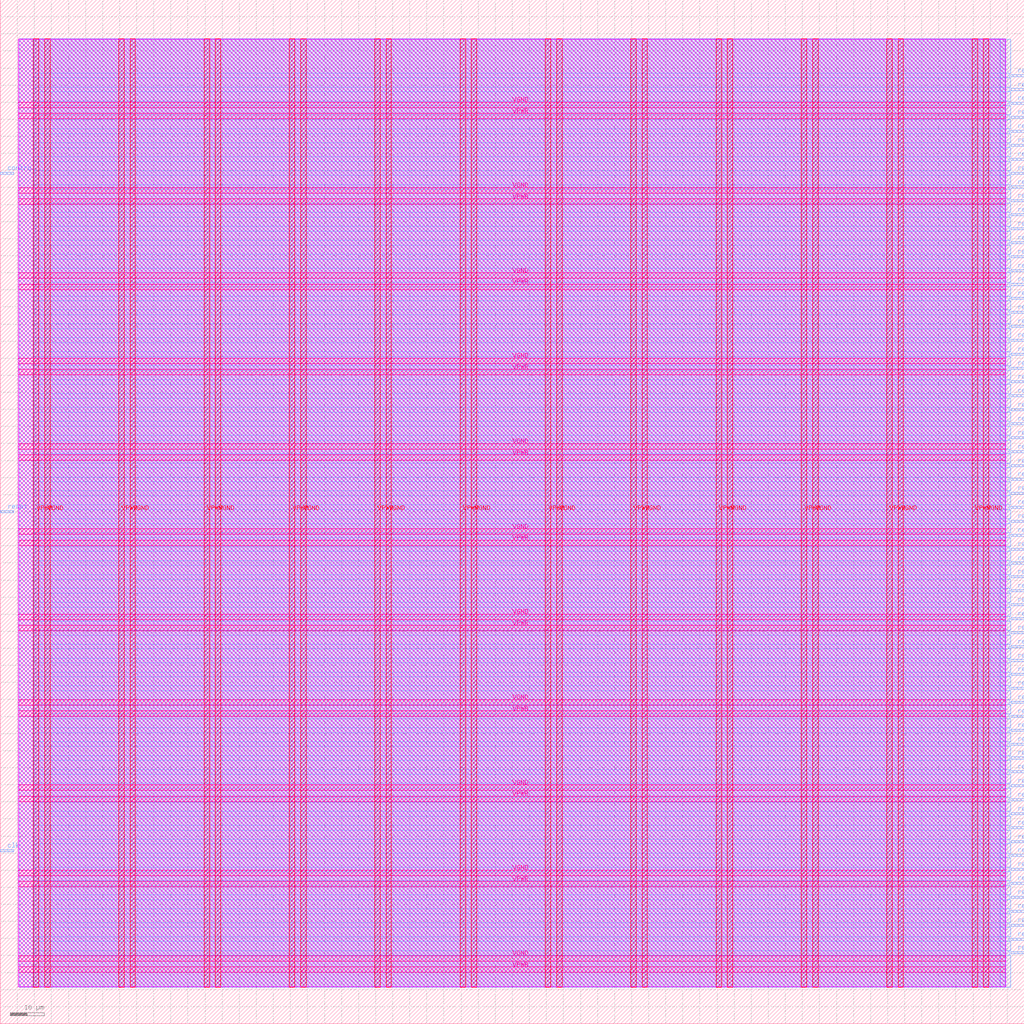
<source format=lef>
VERSION 5.7 ;
  NOWIREEXTENSIONATPIN ON ;
  DIVIDERCHAR "/" ;
  BUSBITCHARS "[]" ;
MACRO top_module
  CLASS BLOCK ;
  FOREIGN top_module ;
  ORIGIN 0.000 0.000 ;
  SIZE 300.000 BY 300.000 ;
  PIN VGND
    DIRECTION INOUT ;
    USE GROUND ;
    PORT
      LAYER met4 ;
        RECT 13.020 10.640 14.620 288.560 ;
    END
    PORT
      LAYER met4 ;
        RECT 38.020 10.640 39.620 288.560 ;
    END
    PORT
      LAYER met4 ;
        RECT 63.020 10.640 64.620 288.560 ;
    END
    PORT
      LAYER met4 ;
        RECT 88.020 10.640 89.620 288.560 ;
    END
    PORT
      LAYER met4 ;
        RECT 113.020 10.640 114.620 288.560 ;
    END
    PORT
      LAYER met4 ;
        RECT 138.020 10.640 139.620 288.560 ;
    END
    PORT
      LAYER met4 ;
        RECT 163.020 10.640 164.620 288.560 ;
    END
    PORT
      LAYER met4 ;
        RECT 188.020 10.640 189.620 288.560 ;
    END
    PORT
      LAYER met4 ;
        RECT 213.020 10.640 214.620 288.560 ;
    END
    PORT
      LAYER met4 ;
        RECT 238.020 10.640 239.620 288.560 ;
    END
    PORT
      LAYER met4 ;
        RECT 263.020 10.640 264.620 288.560 ;
    END
    PORT
      LAYER met4 ;
        RECT 288.020 10.640 289.620 288.560 ;
    END
    PORT
      LAYER met5 ;
        RECT 5.280 18.380 294.640 19.980 ;
    END
    PORT
      LAYER met5 ;
        RECT 5.280 43.380 294.640 44.980 ;
    END
    PORT
      LAYER met5 ;
        RECT 5.280 68.380 294.640 69.980 ;
    END
    PORT
      LAYER met5 ;
        RECT 5.280 93.380 294.640 94.980 ;
    END
    PORT
      LAYER met5 ;
        RECT 5.280 118.380 294.640 119.980 ;
    END
    PORT
      LAYER met5 ;
        RECT 5.280 143.380 294.640 144.980 ;
    END
    PORT
      LAYER met5 ;
        RECT 5.280 168.380 294.640 169.980 ;
    END
    PORT
      LAYER met5 ;
        RECT 5.280 193.380 294.640 194.980 ;
    END
    PORT
      LAYER met5 ;
        RECT 5.280 218.380 294.640 219.980 ;
    END
    PORT
      LAYER met5 ;
        RECT 5.280 243.380 294.640 244.980 ;
    END
    PORT
      LAYER met5 ;
        RECT 5.280 268.380 294.640 269.980 ;
    END
  END VGND
  PIN VPWR
    DIRECTION INOUT ;
    USE POWER ;
    PORT
      LAYER met4 ;
        RECT 9.720 10.640 11.320 288.560 ;
    END
    PORT
      LAYER met4 ;
        RECT 34.720 10.640 36.320 288.560 ;
    END
    PORT
      LAYER met4 ;
        RECT 59.720 10.640 61.320 288.560 ;
    END
    PORT
      LAYER met4 ;
        RECT 84.720 10.640 86.320 288.560 ;
    END
    PORT
      LAYER met4 ;
        RECT 109.720 10.640 111.320 288.560 ;
    END
    PORT
      LAYER met4 ;
        RECT 134.720 10.640 136.320 288.560 ;
    END
    PORT
      LAYER met4 ;
        RECT 159.720 10.640 161.320 288.560 ;
    END
    PORT
      LAYER met4 ;
        RECT 184.720 10.640 186.320 288.560 ;
    END
    PORT
      LAYER met4 ;
        RECT 209.720 10.640 211.320 288.560 ;
    END
    PORT
      LAYER met4 ;
        RECT 234.720 10.640 236.320 288.560 ;
    END
    PORT
      LAYER met4 ;
        RECT 259.720 10.640 261.320 288.560 ;
    END
    PORT
      LAYER met4 ;
        RECT 284.720 10.640 286.320 288.560 ;
    END
    PORT
      LAYER met5 ;
        RECT 5.280 15.080 294.640 16.680 ;
    END
    PORT
      LAYER met5 ;
        RECT 5.280 40.080 294.640 41.680 ;
    END
    PORT
      LAYER met5 ;
        RECT 5.280 65.080 294.640 66.680 ;
    END
    PORT
      LAYER met5 ;
        RECT 5.280 90.080 294.640 91.680 ;
    END
    PORT
      LAYER met5 ;
        RECT 5.280 115.080 294.640 116.680 ;
    END
    PORT
      LAYER met5 ;
        RECT 5.280 140.080 294.640 141.680 ;
    END
    PORT
      LAYER met5 ;
        RECT 5.280 165.080 294.640 166.680 ;
    END
    PORT
      LAYER met5 ;
        RECT 5.280 190.080 294.640 191.680 ;
    END
    PORT
      LAYER met5 ;
        RECT 5.280 215.080 294.640 216.680 ;
    END
    PORT
      LAYER met5 ;
        RECT 5.280 240.080 294.640 241.680 ;
    END
    PORT
      LAYER met5 ;
        RECT 5.280 265.080 294.640 266.680 ;
    END
  END VPWR
  PIN clk
    DIRECTION INPUT ;
    USE SIGNAL ;
    PORT
      LAYER met3 ;
        RECT 0.000 50.360 4.000 50.960 ;
    END
  END clk
  PIN control
    DIRECTION INPUT ;
    USE SIGNAL ;
    PORT
      LAYER met3 ;
        RECT 0.000 248.920 4.000 249.520 ;
    END
  END control
  PIN reset
    DIRECTION INPUT ;
    USE SIGNAL ;
    PORT
      LAYER met3 ;
        RECT 0.000 149.640 4.000 150.240 ;
    END
  END reset
  PIN result1[0]
    DIRECTION OUTPUT ;
    USE SIGNAL ;
    PORT
      LAYER met3 ;
        RECT 296.000 146.920 300.000 147.520 ;
    END
  END result1[0]
  PIN result1[10]
    DIRECTION OUTPUT ;
    USE SIGNAL ;
    PORT
      LAYER met3 ;
        RECT 296.000 106.120 300.000 106.720 ;
    END
  END result1[10]
  PIN result1[11]
    DIRECTION OUTPUT ;
    USE SIGNAL ;
    PORT
      LAYER met3 ;
        RECT 296.000 102.040 300.000 102.640 ;
    END
  END result1[11]
  PIN result1[12]
    DIRECTION OUTPUT ;
    USE SIGNAL ;
    PORT
      LAYER met3 ;
        RECT 296.000 97.960 300.000 98.560 ;
    END
  END result1[12]
  PIN result1[13]
    DIRECTION OUTPUT ;
    USE SIGNAL ;
    PORT
      LAYER met3 ;
        RECT 296.000 93.880 300.000 94.480 ;
    END
  END result1[13]
  PIN result1[14]
    DIRECTION OUTPUT ;
    USE SIGNAL ;
    PORT
      LAYER met3 ;
        RECT 296.000 89.800 300.000 90.400 ;
    END
  END result1[14]
  PIN result1[15]
    DIRECTION OUTPUT ;
    USE SIGNAL ;
    PORT
      LAYER met3 ;
        RECT 296.000 85.720 300.000 86.320 ;
    END
  END result1[15]
  PIN result1[16]
    DIRECTION OUTPUT ;
    USE SIGNAL ;
    PORT
      LAYER met3 ;
        RECT 296.000 81.640 300.000 82.240 ;
    END
  END result1[16]
  PIN result1[17]
    DIRECTION OUTPUT ;
    USE SIGNAL ;
    PORT
      LAYER met3 ;
        RECT 296.000 77.560 300.000 78.160 ;
    END
  END result1[17]
  PIN result1[18]
    DIRECTION OUTPUT ;
    USE SIGNAL ;
    PORT
      LAYER met3 ;
        RECT 296.000 73.480 300.000 74.080 ;
    END
  END result1[18]
  PIN result1[19]
    DIRECTION OUTPUT ;
    USE SIGNAL ;
    PORT
      LAYER met3 ;
        RECT 296.000 69.400 300.000 70.000 ;
    END
  END result1[19]
  PIN result1[1]
    DIRECTION OUTPUT ;
    USE SIGNAL ;
    PORT
      LAYER met3 ;
        RECT 296.000 142.840 300.000 143.440 ;
    END
  END result1[1]
  PIN result1[20]
    DIRECTION OUTPUT ;
    USE SIGNAL ;
    PORT
      LAYER met3 ;
        RECT 296.000 65.320 300.000 65.920 ;
    END
  END result1[20]
  PIN result1[21]
    DIRECTION OUTPUT ;
    USE SIGNAL ;
    PORT
      LAYER met3 ;
        RECT 296.000 61.240 300.000 61.840 ;
    END
  END result1[21]
  PIN result1[22]
    DIRECTION OUTPUT ;
    USE SIGNAL ;
    PORT
      LAYER met3 ;
        RECT 296.000 57.160 300.000 57.760 ;
    END
  END result1[22]
  PIN result1[23]
    DIRECTION OUTPUT ;
    USE SIGNAL ;
    PORT
      LAYER met3 ;
        RECT 296.000 53.080 300.000 53.680 ;
    END
  END result1[23]
  PIN result1[24]
    DIRECTION OUTPUT ;
    USE SIGNAL ;
    PORT
      LAYER met3 ;
        RECT 296.000 49.000 300.000 49.600 ;
    END
  END result1[24]
  PIN result1[25]
    DIRECTION OUTPUT ;
    USE SIGNAL ;
    PORT
      LAYER met3 ;
        RECT 296.000 44.920 300.000 45.520 ;
    END
  END result1[25]
  PIN result1[26]
    DIRECTION OUTPUT ;
    USE SIGNAL ;
    PORT
      LAYER met3 ;
        RECT 296.000 40.840 300.000 41.440 ;
    END
  END result1[26]
  PIN result1[27]
    DIRECTION OUTPUT ;
    USE SIGNAL ;
    PORT
      LAYER met3 ;
        RECT 296.000 36.760 300.000 37.360 ;
    END
  END result1[27]
  PIN result1[28]
    DIRECTION OUTPUT ;
    USE SIGNAL ;
    PORT
      LAYER met3 ;
        RECT 296.000 32.680 300.000 33.280 ;
    END
  END result1[28]
  PIN result1[29]
    DIRECTION OUTPUT ;
    USE SIGNAL ;
    PORT
      LAYER met3 ;
        RECT 296.000 28.600 300.000 29.200 ;
    END
  END result1[29]
  PIN result1[2]
    DIRECTION OUTPUT ;
    USE SIGNAL ;
    PORT
      LAYER met3 ;
        RECT 296.000 138.760 300.000 139.360 ;
    END
  END result1[2]
  PIN result1[30]
    DIRECTION OUTPUT ;
    USE SIGNAL ;
    PORT
      LAYER met3 ;
        RECT 296.000 24.520 300.000 25.120 ;
    END
  END result1[30]
  PIN result1[31]
    DIRECTION OUTPUT ;
    USE SIGNAL ;
    PORT
      LAYER met3 ;
        RECT 296.000 20.440 300.000 21.040 ;
    END
  END result1[31]
  PIN result1[3]
    DIRECTION OUTPUT ;
    USE SIGNAL ;
    PORT
      LAYER met3 ;
        RECT 296.000 134.680 300.000 135.280 ;
    END
  END result1[3]
  PIN result1[4]
    DIRECTION OUTPUT ;
    USE SIGNAL ;
    PORT
      LAYER met3 ;
        RECT 296.000 130.600 300.000 131.200 ;
    END
  END result1[4]
  PIN result1[5]
    DIRECTION OUTPUT ;
    USE SIGNAL ;
    PORT
      LAYER met3 ;
        RECT 296.000 126.520 300.000 127.120 ;
    END
  END result1[5]
  PIN result1[6]
    DIRECTION OUTPUT ;
    USE SIGNAL ;
    PORT
      LAYER met3 ;
        RECT 296.000 122.440 300.000 123.040 ;
    END
  END result1[6]
  PIN result1[7]
    DIRECTION OUTPUT ;
    USE SIGNAL ;
    PORT
      LAYER met3 ;
        RECT 296.000 118.360 300.000 118.960 ;
    END
  END result1[7]
  PIN result1[8]
    DIRECTION OUTPUT ;
    USE SIGNAL ;
    PORT
      LAYER met3 ;
        RECT 296.000 114.280 300.000 114.880 ;
    END
  END result1[8]
  PIN result1[9]
    DIRECTION OUTPUT ;
    USE SIGNAL ;
    PORT
      LAYER met3 ;
        RECT 296.000 110.200 300.000 110.800 ;
    END
  END result1[9]
  PIN result2[0]
    DIRECTION OUTPUT ;
    USE SIGNAL ;
    PORT
      LAYER met3 ;
        RECT 296.000 277.480 300.000 278.080 ;
    END
  END result2[0]
  PIN result2[10]
    DIRECTION OUTPUT ;
    USE SIGNAL ;
    PORT
      LAYER met3 ;
        RECT 296.000 236.680 300.000 237.280 ;
    END
  END result2[10]
  PIN result2[11]
    DIRECTION OUTPUT ;
    USE SIGNAL ;
    PORT
      LAYER met3 ;
        RECT 296.000 232.600 300.000 233.200 ;
    END
  END result2[11]
  PIN result2[12]
    DIRECTION OUTPUT ;
    USE SIGNAL ;
    PORT
      LAYER met3 ;
        RECT 296.000 228.520 300.000 229.120 ;
    END
  END result2[12]
  PIN result2[13]
    DIRECTION OUTPUT ;
    USE SIGNAL ;
    PORT
      LAYER met3 ;
        RECT 296.000 224.440 300.000 225.040 ;
    END
  END result2[13]
  PIN result2[14]
    DIRECTION OUTPUT ;
    USE SIGNAL ;
    PORT
      LAYER met3 ;
        RECT 296.000 220.360 300.000 220.960 ;
    END
  END result2[14]
  PIN result2[15]
    DIRECTION OUTPUT ;
    USE SIGNAL ;
    PORT
      LAYER met3 ;
        RECT 296.000 216.280 300.000 216.880 ;
    END
  END result2[15]
  PIN result2[16]
    DIRECTION OUTPUT ;
    USE SIGNAL ;
    PORT
      LAYER met3 ;
        RECT 296.000 212.200 300.000 212.800 ;
    END
  END result2[16]
  PIN result2[17]
    DIRECTION OUTPUT ;
    USE SIGNAL ;
    PORT
      LAYER met3 ;
        RECT 296.000 208.120 300.000 208.720 ;
    END
  END result2[17]
  PIN result2[18]
    DIRECTION OUTPUT ;
    USE SIGNAL ;
    PORT
      LAYER met3 ;
        RECT 296.000 204.040 300.000 204.640 ;
    END
  END result2[18]
  PIN result2[19]
    DIRECTION OUTPUT ;
    USE SIGNAL ;
    PORT
      LAYER met3 ;
        RECT 296.000 199.960 300.000 200.560 ;
    END
  END result2[19]
  PIN result2[1]
    DIRECTION OUTPUT ;
    USE SIGNAL ;
    PORT
      LAYER met3 ;
        RECT 296.000 273.400 300.000 274.000 ;
    END
  END result2[1]
  PIN result2[20]
    DIRECTION OUTPUT ;
    USE SIGNAL ;
    PORT
      LAYER met3 ;
        RECT 296.000 195.880 300.000 196.480 ;
    END
  END result2[20]
  PIN result2[21]
    DIRECTION OUTPUT ;
    USE SIGNAL ;
    PORT
      LAYER met3 ;
        RECT 296.000 191.800 300.000 192.400 ;
    END
  END result2[21]
  PIN result2[22]
    DIRECTION OUTPUT ;
    USE SIGNAL ;
    PORT
      LAYER met3 ;
        RECT 296.000 187.720 300.000 188.320 ;
    END
  END result2[22]
  PIN result2[23]
    DIRECTION OUTPUT ;
    USE SIGNAL ;
    PORT
      LAYER met3 ;
        RECT 296.000 183.640 300.000 184.240 ;
    END
  END result2[23]
  PIN result2[24]
    DIRECTION OUTPUT ;
    USE SIGNAL ;
    PORT
      LAYER met3 ;
        RECT 296.000 179.560 300.000 180.160 ;
    END
  END result2[24]
  PIN result2[25]
    DIRECTION OUTPUT ;
    USE SIGNAL ;
    PORT
      LAYER met3 ;
        RECT 296.000 175.480 300.000 176.080 ;
    END
  END result2[25]
  PIN result2[26]
    DIRECTION OUTPUT ;
    USE SIGNAL ;
    PORT
      LAYER met3 ;
        RECT 296.000 171.400 300.000 172.000 ;
    END
  END result2[26]
  PIN result2[27]
    DIRECTION OUTPUT ;
    USE SIGNAL ;
    PORT
      LAYER met3 ;
        RECT 296.000 167.320 300.000 167.920 ;
    END
  END result2[27]
  PIN result2[28]
    DIRECTION OUTPUT ;
    USE SIGNAL ;
    PORT
      LAYER met3 ;
        RECT 296.000 163.240 300.000 163.840 ;
    END
  END result2[28]
  PIN result2[29]
    DIRECTION OUTPUT ;
    USE SIGNAL ;
    PORT
      LAYER met3 ;
        RECT 296.000 159.160 300.000 159.760 ;
    END
  END result2[29]
  PIN result2[2]
    DIRECTION OUTPUT ;
    USE SIGNAL ;
    PORT
      LAYER met3 ;
        RECT 296.000 269.320 300.000 269.920 ;
    END
  END result2[2]
  PIN result2[30]
    DIRECTION OUTPUT ;
    USE SIGNAL ;
    PORT
      LAYER met3 ;
        RECT 296.000 155.080 300.000 155.680 ;
    END
  END result2[30]
  PIN result2[31]
    DIRECTION OUTPUT ;
    USE SIGNAL ;
    PORT
      LAYER met3 ;
        RECT 296.000 151.000 300.000 151.600 ;
    END
  END result2[31]
  PIN result2[3]
    DIRECTION OUTPUT ;
    USE SIGNAL ;
    PORT
      LAYER met3 ;
        RECT 296.000 265.240 300.000 265.840 ;
    END
  END result2[3]
  PIN result2[4]
    DIRECTION OUTPUT ;
    USE SIGNAL ;
    PORT
      LAYER met3 ;
        RECT 296.000 261.160 300.000 261.760 ;
    END
  END result2[4]
  PIN result2[5]
    DIRECTION OUTPUT ;
    USE SIGNAL ;
    PORT
      LAYER met3 ;
        RECT 296.000 257.080 300.000 257.680 ;
    END
  END result2[5]
  PIN result2[6]
    DIRECTION OUTPUT ;
    USE SIGNAL ;
    PORT
      LAYER met3 ;
        RECT 296.000 253.000 300.000 253.600 ;
    END
  END result2[6]
  PIN result2[7]
    DIRECTION OUTPUT ;
    USE SIGNAL ;
    PORT
      LAYER met3 ;
        RECT 296.000 248.920 300.000 249.520 ;
    END
  END result2[7]
  PIN result2[8]
    DIRECTION OUTPUT ;
    USE SIGNAL ;
    PORT
      LAYER met3 ;
        RECT 296.000 244.840 300.000 245.440 ;
    END
  END result2[8]
  PIN result2[9]
    DIRECTION OUTPUT ;
    USE SIGNAL ;
    PORT
      LAYER met3 ;
        RECT 296.000 240.760 300.000 241.360 ;
    END
  END result2[9]
  OBS
      LAYER nwell ;
        RECT 5.330 10.795 294.590 288.405 ;
      LAYER li1 ;
        RECT 5.520 10.795 294.400 288.405 ;
      LAYER met1 ;
        RECT 5.520 10.640 294.400 288.560 ;
      LAYER met2 ;
        RECT 9.750 10.695 292.930 288.505 ;
      LAYER met3 ;
        RECT 9.730 278.480 296.000 288.485 ;
        RECT 9.730 277.080 295.600 278.480 ;
        RECT 9.730 274.400 296.000 277.080 ;
        RECT 9.730 273.000 295.600 274.400 ;
        RECT 9.730 270.320 296.000 273.000 ;
        RECT 9.730 268.920 295.600 270.320 ;
        RECT 9.730 266.240 296.000 268.920 ;
        RECT 9.730 264.840 295.600 266.240 ;
        RECT 9.730 262.160 296.000 264.840 ;
        RECT 9.730 260.760 295.600 262.160 ;
        RECT 9.730 258.080 296.000 260.760 ;
        RECT 9.730 256.680 295.600 258.080 ;
        RECT 9.730 254.000 296.000 256.680 ;
        RECT 9.730 252.600 295.600 254.000 ;
        RECT 9.730 249.920 296.000 252.600 ;
        RECT 9.730 248.520 295.600 249.920 ;
        RECT 9.730 245.840 296.000 248.520 ;
        RECT 9.730 244.440 295.600 245.840 ;
        RECT 9.730 241.760 296.000 244.440 ;
        RECT 9.730 240.360 295.600 241.760 ;
        RECT 9.730 237.680 296.000 240.360 ;
        RECT 9.730 236.280 295.600 237.680 ;
        RECT 9.730 233.600 296.000 236.280 ;
        RECT 9.730 232.200 295.600 233.600 ;
        RECT 9.730 229.520 296.000 232.200 ;
        RECT 9.730 228.120 295.600 229.520 ;
        RECT 9.730 225.440 296.000 228.120 ;
        RECT 9.730 224.040 295.600 225.440 ;
        RECT 9.730 221.360 296.000 224.040 ;
        RECT 9.730 219.960 295.600 221.360 ;
        RECT 9.730 217.280 296.000 219.960 ;
        RECT 9.730 215.880 295.600 217.280 ;
        RECT 9.730 213.200 296.000 215.880 ;
        RECT 9.730 211.800 295.600 213.200 ;
        RECT 9.730 209.120 296.000 211.800 ;
        RECT 9.730 207.720 295.600 209.120 ;
        RECT 9.730 205.040 296.000 207.720 ;
        RECT 9.730 203.640 295.600 205.040 ;
        RECT 9.730 200.960 296.000 203.640 ;
        RECT 9.730 199.560 295.600 200.960 ;
        RECT 9.730 196.880 296.000 199.560 ;
        RECT 9.730 195.480 295.600 196.880 ;
        RECT 9.730 192.800 296.000 195.480 ;
        RECT 9.730 191.400 295.600 192.800 ;
        RECT 9.730 188.720 296.000 191.400 ;
        RECT 9.730 187.320 295.600 188.720 ;
        RECT 9.730 184.640 296.000 187.320 ;
        RECT 9.730 183.240 295.600 184.640 ;
        RECT 9.730 180.560 296.000 183.240 ;
        RECT 9.730 179.160 295.600 180.560 ;
        RECT 9.730 176.480 296.000 179.160 ;
        RECT 9.730 175.080 295.600 176.480 ;
        RECT 9.730 172.400 296.000 175.080 ;
        RECT 9.730 171.000 295.600 172.400 ;
        RECT 9.730 168.320 296.000 171.000 ;
        RECT 9.730 166.920 295.600 168.320 ;
        RECT 9.730 164.240 296.000 166.920 ;
        RECT 9.730 162.840 295.600 164.240 ;
        RECT 9.730 160.160 296.000 162.840 ;
        RECT 9.730 158.760 295.600 160.160 ;
        RECT 9.730 156.080 296.000 158.760 ;
        RECT 9.730 154.680 295.600 156.080 ;
        RECT 9.730 152.000 296.000 154.680 ;
        RECT 9.730 150.600 295.600 152.000 ;
        RECT 9.730 147.920 296.000 150.600 ;
        RECT 9.730 146.520 295.600 147.920 ;
        RECT 9.730 143.840 296.000 146.520 ;
        RECT 9.730 142.440 295.600 143.840 ;
        RECT 9.730 139.760 296.000 142.440 ;
        RECT 9.730 138.360 295.600 139.760 ;
        RECT 9.730 135.680 296.000 138.360 ;
        RECT 9.730 134.280 295.600 135.680 ;
        RECT 9.730 131.600 296.000 134.280 ;
        RECT 9.730 130.200 295.600 131.600 ;
        RECT 9.730 127.520 296.000 130.200 ;
        RECT 9.730 126.120 295.600 127.520 ;
        RECT 9.730 123.440 296.000 126.120 ;
        RECT 9.730 122.040 295.600 123.440 ;
        RECT 9.730 119.360 296.000 122.040 ;
        RECT 9.730 117.960 295.600 119.360 ;
        RECT 9.730 115.280 296.000 117.960 ;
        RECT 9.730 113.880 295.600 115.280 ;
        RECT 9.730 111.200 296.000 113.880 ;
        RECT 9.730 109.800 295.600 111.200 ;
        RECT 9.730 107.120 296.000 109.800 ;
        RECT 9.730 105.720 295.600 107.120 ;
        RECT 9.730 103.040 296.000 105.720 ;
        RECT 9.730 101.640 295.600 103.040 ;
        RECT 9.730 98.960 296.000 101.640 ;
        RECT 9.730 97.560 295.600 98.960 ;
        RECT 9.730 94.880 296.000 97.560 ;
        RECT 9.730 93.480 295.600 94.880 ;
        RECT 9.730 90.800 296.000 93.480 ;
        RECT 9.730 89.400 295.600 90.800 ;
        RECT 9.730 86.720 296.000 89.400 ;
        RECT 9.730 85.320 295.600 86.720 ;
        RECT 9.730 82.640 296.000 85.320 ;
        RECT 9.730 81.240 295.600 82.640 ;
        RECT 9.730 78.560 296.000 81.240 ;
        RECT 9.730 77.160 295.600 78.560 ;
        RECT 9.730 74.480 296.000 77.160 ;
        RECT 9.730 73.080 295.600 74.480 ;
        RECT 9.730 70.400 296.000 73.080 ;
        RECT 9.730 69.000 295.600 70.400 ;
        RECT 9.730 66.320 296.000 69.000 ;
        RECT 9.730 64.920 295.600 66.320 ;
        RECT 9.730 62.240 296.000 64.920 ;
        RECT 9.730 60.840 295.600 62.240 ;
        RECT 9.730 58.160 296.000 60.840 ;
        RECT 9.730 56.760 295.600 58.160 ;
        RECT 9.730 54.080 296.000 56.760 ;
        RECT 9.730 52.680 295.600 54.080 ;
        RECT 9.730 50.000 296.000 52.680 ;
        RECT 9.730 48.600 295.600 50.000 ;
        RECT 9.730 45.920 296.000 48.600 ;
        RECT 9.730 44.520 295.600 45.920 ;
        RECT 9.730 41.840 296.000 44.520 ;
        RECT 9.730 40.440 295.600 41.840 ;
        RECT 9.730 37.760 296.000 40.440 ;
        RECT 9.730 36.360 295.600 37.760 ;
        RECT 9.730 33.680 296.000 36.360 ;
        RECT 9.730 32.280 295.600 33.680 ;
        RECT 9.730 29.600 296.000 32.280 ;
        RECT 9.730 28.200 295.600 29.600 ;
        RECT 9.730 25.520 296.000 28.200 ;
        RECT 9.730 24.120 295.600 25.520 ;
        RECT 9.730 21.440 296.000 24.120 ;
        RECT 9.730 20.040 295.600 21.440 ;
        RECT 9.730 10.715 296.000 20.040 ;
  END
END top_module
END LIBRARY


</source>
